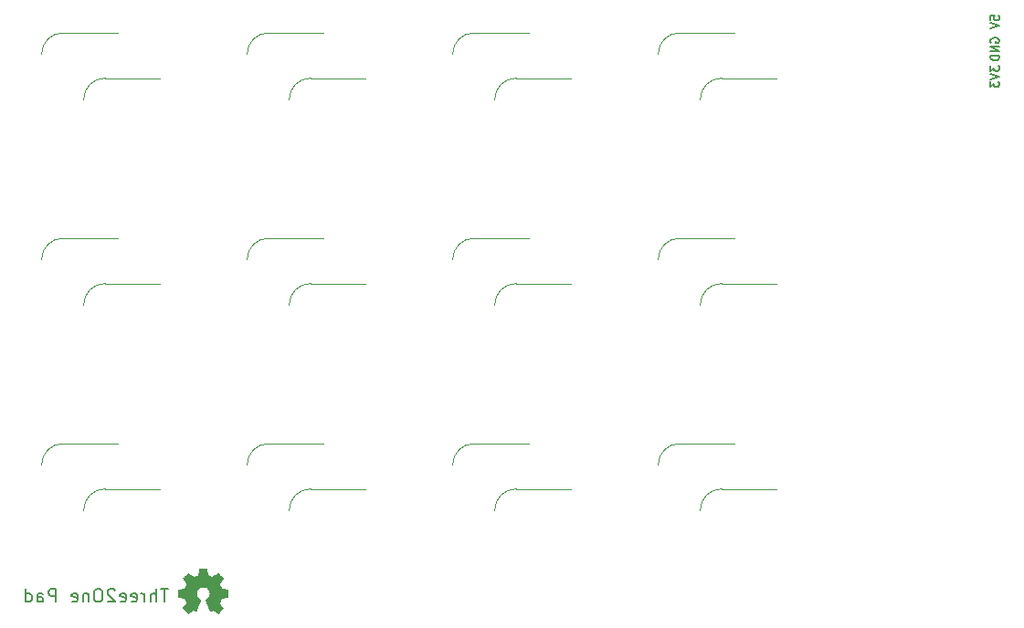
<source format=gbr>
%TF.GenerationSoftware,KiCad,Pcbnew,7.0.5*%
%TF.CreationDate,2023-11-04T19:54:29+08:00*%
%TF.ProjectId,Three2One,54687265-6532-44f6-9e65-2e6b69636164,rev?*%
%TF.SameCoordinates,Original*%
%TF.FileFunction,Legend,Bot*%
%TF.FilePolarity,Positive*%
%FSLAX46Y46*%
G04 Gerber Fmt 4.6, Leading zero omitted, Abs format (unit mm)*
G04 Created by KiCad (PCBNEW 7.0.5) date 2023-11-04 19:54:29*
%MOMM*%
%LPD*%
G01*
G04 APERTURE LIST*
%ADD10C,0.200000*%
%ADD11C,0.150000*%
%ADD12C,0.120000*%
%ADD13C,0.010000*%
G04 APERTURE END LIST*
D10*
X85254136Y-79942742D02*
X84568422Y-79942742D01*
X84911279Y-81142742D02*
X84911279Y-79942742D01*
X84168421Y-81142742D02*
X84168421Y-79942742D01*
X83654136Y-81142742D02*
X83654136Y-80514171D01*
X83654136Y-80514171D02*
X83711278Y-80399885D01*
X83711278Y-80399885D02*
X83825564Y-80342742D01*
X83825564Y-80342742D02*
X83996993Y-80342742D01*
X83996993Y-80342742D02*
X84111278Y-80399885D01*
X84111278Y-80399885D02*
X84168421Y-80457028D01*
X83082707Y-81142742D02*
X83082707Y-80342742D01*
X83082707Y-80571314D02*
X83025564Y-80457028D01*
X83025564Y-80457028D02*
X82968422Y-80399885D01*
X82968422Y-80399885D02*
X82854136Y-80342742D01*
X82854136Y-80342742D02*
X82739850Y-80342742D01*
X81882707Y-81085600D02*
X81996993Y-81142742D01*
X81996993Y-81142742D02*
X82225565Y-81142742D01*
X82225565Y-81142742D02*
X82339850Y-81085600D01*
X82339850Y-81085600D02*
X82396993Y-80971314D01*
X82396993Y-80971314D02*
X82396993Y-80514171D01*
X82396993Y-80514171D02*
X82339850Y-80399885D01*
X82339850Y-80399885D02*
X82225565Y-80342742D01*
X82225565Y-80342742D02*
X81996993Y-80342742D01*
X81996993Y-80342742D02*
X81882707Y-80399885D01*
X81882707Y-80399885D02*
X81825565Y-80514171D01*
X81825565Y-80514171D02*
X81825565Y-80628457D01*
X81825565Y-80628457D02*
X82396993Y-80742742D01*
X80854136Y-81085600D02*
X80968422Y-81142742D01*
X80968422Y-81142742D02*
X81196994Y-81142742D01*
X81196994Y-81142742D02*
X81311279Y-81085600D01*
X81311279Y-81085600D02*
X81368422Y-80971314D01*
X81368422Y-80971314D02*
X81368422Y-80514171D01*
X81368422Y-80514171D02*
X81311279Y-80399885D01*
X81311279Y-80399885D02*
X81196994Y-80342742D01*
X81196994Y-80342742D02*
X80968422Y-80342742D01*
X80968422Y-80342742D02*
X80854136Y-80399885D01*
X80854136Y-80399885D02*
X80796994Y-80514171D01*
X80796994Y-80514171D02*
X80796994Y-80628457D01*
X80796994Y-80628457D02*
X81368422Y-80742742D01*
X80339851Y-80057028D02*
X80282708Y-79999885D01*
X80282708Y-79999885D02*
X80168423Y-79942742D01*
X80168423Y-79942742D02*
X79882708Y-79942742D01*
X79882708Y-79942742D02*
X79768423Y-79999885D01*
X79768423Y-79999885D02*
X79711280Y-80057028D01*
X79711280Y-80057028D02*
X79654137Y-80171314D01*
X79654137Y-80171314D02*
X79654137Y-80285600D01*
X79654137Y-80285600D02*
X79711280Y-80457028D01*
X79711280Y-80457028D02*
X80396994Y-81142742D01*
X80396994Y-81142742D02*
X79654137Y-81142742D01*
X78911280Y-79942742D02*
X78682708Y-79942742D01*
X78682708Y-79942742D02*
X78568423Y-79999885D01*
X78568423Y-79999885D02*
X78454137Y-80114171D01*
X78454137Y-80114171D02*
X78396994Y-80342742D01*
X78396994Y-80342742D02*
X78396994Y-80742742D01*
X78396994Y-80742742D02*
X78454137Y-80971314D01*
X78454137Y-80971314D02*
X78568423Y-81085600D01*
X78568423Y-81085600D02*
X78682708Y-81142742D01*
X78682708Y-81142742D02*
X78911280Y-81142742D01*
X78911280Y-81142742D02*
X79025566Y-81085600D01*
X79025566Y-81085600D02*
X79139851Y-80971314D01*
X79139851Y-80971314D02*
X79196994Y-80742742D01*
X79196994Y-80742742D02*
X79196994Y-80342742D01*
X79196994Y-80342742D02*
X79139851Y-80114171D01*
X79139851Y-80114171D02*
X79025566Y-79999885D01*
X79025566Y-79999885D02*
X78911280Y-79942742D01*
X77882708Y-80342742D02*
X77882708Y-81142742D01*
X77882708Y-80457028D02*
X77825565Y-80399885D01*
X77825565Y-80399885D02*
X77711280Y-80342742D01*
X77711280Y-80342742D02*
X77539851Y-80342742D01*
X77539851Y-80342742D02*
X77425565Y-80399885D01*
X77425565Y-80399885D02*
X77368423Y-80514171D01*
X77368423Y-80514171D02*
X77368423Y-81142742D01*
X76339851Y-81085600D02*
X76454137Y-81142742D01*
X76454137Y-81142742D02*
X76682709Y-81142742D01*
X76682709Y-81142742D02*
X76796994Y-81085600D01*
X76796994Y-81085600D02*
X76854137Y-80971314D01*
X76854137Y-80971314D02*
X76854137Y-80514171D01*
X76854137Y-80514171D02*
X76796994Y-80399885D01*
X76796994Y-80399885D02*
X76682709Y-80342742D01*
X76682709Y-80342742D02*
X76454137Y-80342742D01*
X76454137Y-80342742D02*
X76339851Y-80399885D01*
X76339851Y-80399885D02*
X76282709Y-80514171D01*
X76282709Y-80514171D02*
X76282709Y-80628457D01*
X76282709Y-80628457D02*
X76854137Y-80742742D01*
X74854137Y-81142742D02*
X74854137Y-79942742D01*
X74854137Y-79942742D02*
X74396994Y-79942742D01*
X74396994Y-79942742D02*
X74282709Y-79999885D01*
X74282709Y-79999885D02*
X74225566Y-80057028D01*
X74225566Y-80057028D02*
X74168423Y-80171314D01*
X74168423Y-80171314D02*
X74168423Y-80342742D01*
X74168423Y-80342742D02*
X74225566Y-80457028D01*
X74225566Y-80457028D02*
X74282709Y-80514171D01*
X74282709Y-80514171D02*
X74396994Y-80571314D01*
X74396994Y-80571314D02*
X74854137Y-80571314D01*
X73139852Y-81142742D02*
X73139852Y-80514171D01*
X73139852Y-80514171D02*
X73196994Y-80399885D01*
X73196994Y-80399885D02*
X73311280Y-80342742D01*
X73311280Y-80342742D02*
X73539852Y-80342742D01*
X73539852Y-80342742D02*
X73654137Y-80399885D01*
X73139852Y-81085600D02*
X73254137Y-81142742D01*
X73254137Y-81142742D02*
X73539852Y-81142742D01*
X73539852Y-81142742D02*
X73654137Y-81085600D01*
X73654137Y-81085600D02*
X73711280Y-80971314D01*
X73711280Y-80971314D02*
X73711280Y-80857028D01*
X73711280Y-80857028D02*
X73654137Y-80742742D01*
X73654137Y-80742742D02*
X73539852Y-80685600D01*
X73539852Y-80685600D02*
X73254137Y-80685600D01*
X73254137Y-80685600D02*
X73139852Y-80628457D01*
X72054138Y-81142742D02*
X72054138Y-79942742D01*
X72054138Y-81085600D02*
X72168423Y-81142742D01*
X72168423Y-81142742D02*
X72396995Y-81142742D01*
X72396995Y-81142742D02*
X72511280Y-81085600D01*
X72511280Y-81085600D02*
X72568423Y-81028457D01*
X72568423Y-81028457D02*
X72625566Y-80914171D01*
X72625566Y-80914171D02*
X72625566Y-80571314D01*
X72625566Y-80571314D02*
X72568423Y-80457028D01*
X72568423Y-80457028D02*
X72511280Y-80399885D01*
X72511280Y-80399885D02*
X72396995Y-80342742D01*
X72396995Y-80342742D02*
X72168423Y-80342742D01*
X72168423Y-80342742D02*
X72054138Y-80399885D01*
D11*
%TO.C,U1*%
X161507295Y-31404523D02*
X161507295Y-31899761D01*
X161507295Y-31899761D02*
X161812057Y-31633095D01*
X161812057Y-31633095D02*
X161812057Y-31747380D01*
X161812057Y-31747380D02*
X161850152Y-31823571D01*
X161850152Y-31823571D02*
X161888247Y-31861666D01*
X161888247Y-31861666D02*
X161964438Y-31899761D01*
X161964438Y-31899761D02*
X162154914Y-31899761D01*
X162154914Y-31899761D02*
X162231104Y-31861666D01*
X162231104Y-31861666D02*
X162269200Y-31823571D01*
X162269200Y-31823571D02*
X162307295Y-31747380D01*
X162307295Y-31747380D02*
X162307295Y-31518809D01*
X162307295Y-31518809D02*
X162269200Y-31442618D01*
X162269200Y-31442618D02*
X162231104Y-31404523D01*
X161507295Y-32128333D02*
X162307295Y-32395000D01*
X162307295Y-32395000D02*
X161507295Y-32661666D01*
X161507295Y-32852142D02*
X161507295Y-33347380D01*
X161507295Y-33347380D02*
X161812057Y-33080714D01*
X161812057Y-33080714D02*
X161812057Y-33194999D01*
X161812057Y-33194999D02*
X161850152Y-33271190D01*
X161850152Y-33271190D02*
X161888247Y-33309285D01*
X161888247Y-33309285D02*
X161964438Y-33347380D01*
X161964438Y-33347380D02*
X162154914Y-33347380D01*
X162154914Y-33347380D02*
X162231104Y-33309285D01*
X162231104Y-33309285D02*
X162269200Y-33271190D01*
X162269200Y-33271190D02*
X162307295Y-33194999D01*
X162307295Y-33194999D02*
X162307295Y-32966428D01*
X162307295Y-32966428D02*
X162269200Y-32890237D01*
X162269200Y-32890237D02*
X162231104Y-32852142D01*
X161507295Y-27162619D02*
X161507295Y-26781667D01*
X161507295Y-26781667D02*
X161888247Y-26743571D01*
X161888247Y-26743571D02*
X161850152Y-26781667D01*
X161850152Y-26781667D02*
X161812057Y-26857857D01*
X161812057Y-26857857D02*
X161812057Y-27048333D01*
X161812057Y-27048333D02*
X161850152Y-27124524D01*
X161850152Y-27124524D02*
X161888247Y-27162619D01*
X161888247Y-27162619D02*
X161964438Y-27200714D01*
X161964438Y-27200714D02*
X162154914Y-27200714D01*
X162154914Y-27200714D02*
X162231104Y-27162619D01*
X162231104Y-27162619D02*
X162269200Y-27124524D01*
X162269200Y-27124524D02*
X162307295Y-27048333D01*
X162307295Y-27048333D02*
X162307295Y-26857857D01*
X162307295Y-26857857D02*
X162269200Y-26781667D01*
X162269200Y-26781667D02*
X162231104Y-26743571D01*
X161507295Y-27429286D02*
X162307295Y-27695953D01*
X162307295Y-27695953D02*
X161507295Y-27962619D01*
X161545390Y-29245476D02*
X161507295Y-29169286D01*
X161507295Y-29169286D02*
X161507295Y-29055000D01*
X161507295Y-29055000D02*
X161545390Y-28940714D01*
X161545390Y-28940714D02*
X161621580Y-28864524D01*
X161621580Y-28864524D02*
X161697771Y-28826429D01*
X161697771Y-28826429D02*
X161850152Y-28788333D01*
X161850152Y-28788333D02*
X161964438Y-28788333D01*
X161964438Y-28788333D02*
X162116819Y-28826429D01*
X162116819Y-28826429D02*
X162193009Y-28864524D01*
X162193009Y-28864524D02*
X162269200Y-28940714D01*
X162269200Y-28940714D02*
X162307295Y-29055000D01*
X162307295Y-29055000D02*
X162307295Y-29131191D01*
X162307295Y-29131191D02*
X162269200Y-29245476D01*
X162269200Y-29245476D02*
X162231104Y-29283572D01*
X162231104Y-29283572D02*
X161964438Y-29283572D01*
X161964438Y-29283572D02*
X161964438Y-29131191D01*
X162307295Y-29626429D02*
X161507295Y-29626429D01*
X161507295Y-29626429D02*
X162307295Y-30083572D01*
X162307295Y-30083572D02*
X161507295Y-30083572D01*
X162307295Y-30464524D02*
X161507295Y-30464524D01*
X161507295Y-30464524D02*
X161507295Y-30655000D01*
X161507295Y-30655000D02*
X161545390Y-30769286D01*
X161545390Y-30769286D02*
X161621580Y-30845476D01*
X161621580Y-30845476D02*
X161697771Y-30883571D01*
X161697771Y-30883571D02*
X161850152Y-30921667D01*
X161850152Y-30921667D02*
X161964438Y-30921667D01*
X161964438Y-30921667D02*
X162116819Y-30883571D01*
X162116819Y-30883571D02*
X162193009Y-30845476D01*
X162193009Y-30845476D02*
X162269200Y-30769286D01*
X162269200Y-30769286D02*
X162307295Y-30655000D01*
X162307295Y-30655000D02*
X162307295Y-30464524D01*
D12*
%TO.C,RE3*%
X113640000Y-28350000D02*
X118740000Y-28350000D01*
X117540000Y-32550000D02*
X122640000Y-32550000D01*
X113640000Y-28350000D02*
G75*
G03*
X111640000Y-30350000I-1J-1999999D01*
G01*
X117540000Y-32550000D02*
G75*
G03*
X115540000Y-34550000I-1J-1999999D01*
G01*
%TO.C,RE4*%
X132690000Y-28350000D02*
X137790000Y-28350000D01*
X136590000Y-32550000D02*
X141690000Y-32550000D01*
X132690000Y-28350000D02*
G75*
G03*
X130690000Y-30350000I-1J-1999999D01*
G01*
X136590000Y-32550000D02*
G75*
G03*
X134590000Y-34550000I-1J-1999999D01*
G01*
%TO.C,SW9*%
X75540000Y-66450000D02*
X80640000Y-66450000D01*
X79440000Y-70650000D02*
X84540000Y-70650000D01*
X75540000Y-66450000D02*
G75*
G03*
X73540000Y-68450000I-1J-1999999D01*
G01*
X79440000Y-70650000D02*
G75*
G03*
X77440000Y-72650000I-1J-1999999D01*
G01*
%TO.C,SW6*%
X94590000Y-47400000D02*
X99690000Y-47400000D01*
X98490000Y-51600000D02*
X103590000Y-51600000D01*
X94590000Y-47400000D02*
G75*
G03*
X92590000Y-49400000I-1J-1999999D01*
G01*
X98490000Y-51600000D02*
G75*
G03*
X96490000Y-53600000I-1J-1999999D01*
G01*
%TO.C,SW8*%
X132690000Y-47400000D02*
X137790000Y-47400000D01*
X136590000Y-51600000D02*
X141690000Y-51600000D01*
X132690000Y-47400000D02*
G75*
G03*
X130690000Y-49400000I-1J-1999999D01*
G01*
X136590000Y-51600000D02*
G75*
G03*
X134590000Y-53600000I-1J-1999999D01*
G01*
%TO.C,RE1*%
X75540000Y-28350000D02*
X80640000Y-28350000D01*
X79440000Y-32550000D02*
X84540000Y-32550000D01*
X75540000Y-28350000D02*
G75*
G03*
X73540000Y-30350000I-1J-1999999D01*
G01*
X79440000Y-32550000D02*
G75*
G03*
X77440000Y-34550000I-1J-1999999D01*
G01*
%TO.C,SW12*%
X132690000Y-66450000D02*
X137790000Y-66450000D01*
X136590000Y-70650000D02*
X141690000Y-70650000D01*
X132690000Y-66450000D02*
G75*
G03*
X130690000Y-68450000I-1J-1999999D01*
G01*
X136590000Y-70650000D02*
G75*
G03*
X134590000Y-72650000I-1J-1999999D01*
G01*
%TO.C,SW10*%
X94590000Y-66450000D02*
X99690000Y-66450000D01*
X98490000Y-70650000D02*
X103590000Y-70650000D01*
X94590000Y-66450000D02*
G75*
G03*
X92590000Y-68450000I-1J-1999999D01*
G01*
X98490000Y-70650000D02*
G75*
G03*
X96490000Y-72650000I-1J-1999999D01*
G01*
%TO.C,RE2*%
X94590000Y-28350000D02*
X99690000Y-28350000D01*
X98490000Y-32550000D02*
X103590000Y-32550000D01*
X94590000Y-28350000D02*
G75*
G03*
X92590000Y-30350000I-1J-1999999D01*
G01*
X98490000Y-32550000D02*
G75*
G03*
X96490000Y-34550000I-1J-1999999D01*
G01*
%TO.C,SW7*%
X113640000Y-47400000D02*
X118740000Y-47400000D01*
X117540000Y-51600000D02*
X122640000Y-51600000D01*
X113640000Y-47400000D02*
G75*
G03*
X111640000Y-49400000I-1J-1999999D01*
G01*
X117540000Y-51600000D02*
G75*
G03*
X115540000Y-53600000I-1J-1999999D01*
G01*
%TO.C,SW11*%
X113640000Y-66450000D02*
X118740000Y-66450000D01*
X117540000Y-70650000D02*
X122640000Y-70650000D01*
X113640000Y-66450000D02*
G75*
G03*
X111640000Y-68450000I-1J-1999999D01*
G01*
X117540000Y-70650000D02*
G75*
G03*
X115540000Y-72650000I-1J-1999999D01*
G01*
%TO.C,SW5*%
X75540000Y-47400000D02*
X80640000Y-47400000D01*
X79440000Y-51600000D02*
X84540000Y-51600000D01*
X75540000Y-47400000D02*
G75*
G03*
X73540000Y-49400000I-1J-1999999D01*
G01*
X79440000Y-51600000D02*
G75*
G03*
X77440000Y-53600000I-1J-1999999D01*
G01*
%TO.C,REF\u002A\u002A*%
D13*
X88613933Y-78042371D02*
X88689856Y-78042865D01*
X88744491Y-78044135D01*
X88781500Y-78046547D01*
X88804547Y-78050467D01*
X88817296Y-78056262D01*
X88823411Y-78064299D01*
X88826556Y-78074943D01*
X88826646Y-78075325D01*
X88831814Y-78100347D01*
X88841209Y-78148681D01*
X88853867Y-78215260D01*
X88868825Y-78295014D01*
X88885119Y-78382875D01*
X88886448Y-78390064D01*
X88902691Y-78475340D01*
X88917805Y-78550242D01*
X88930808Y-78610219D01*
X88940715Y-78650717D01*
X88946544Y-78667184D01*
X88946575Y-78667210D01*
X88964943Y-78676320D01*
X89002640Y-78691457D01*
X89051543Y-78709358D01*
X89054297Y-78710330D01*
X89116817Y-78733959D01*
X89189543Y-78763595D01*
X89257294Y-78793062D01*
X89368703Y-78843626D01*
X89615399Y-78675160D01*
X89632775Y-78663311D01*
X89707202Y-78612947D01*
X89773614Y-78568612D01*
X89828039Y-78532916D01*
X89866506Y-78508471D01*
X89885042Y-78497889D01*
X89897743Y-78500315D01*
X89926579Y-78519110D01*
X89971143Y-78556330D01*
X90032670Y-78613020D01*
X90112398Y-78690227D01*
X90119532Y-78697255D01*
X90182796Y-78760222D01*
X90238990Y-78817268D01*
X90284677Y-78864817D01*
X90316414Y-78899297D01*
X90330764Y-78917131D01*
X90330810Y-78917217D01*
X90332633Y-78930795D01*
X90325910Y-78952820D01*
X90308946Y-78986304D01*
X90280044Y-79034261D01*
X90237508Y-79099704D01*
X90179644Y-79185645D01*
X90169783Y-79200151D01*
X90119913Y-79273635D01*
X90075905Y-79338687D01*
X90040380Y-79391417D01*
X90015959Y-79427936D01*
X90005264Y-79444356D01*
X90004458Y-79447834D01*
X90009518Y-79473785D01*
X90024677Y-79516159D01*
X90047463Y-79567728D01*
X90078429Y-79635170D01*
X90113004Y-79715195D01*
X90142366Y-79787629D01*
X90149645Y-79806377D01*
X90168710Y-79854246D01*
X90182715Y-79887596D01*
X90189041Y-79900114D01*
X90196025Y-79901050D01*
X90227413Y-79906461D01*
X90278787Y-79915806D01*
X90344802Y-79928069D01*
X90420113Y-79942232D01*
X90499375Y-79957280D01*
X90577243Y-79972195D01*
X90648370Y-79985961D01*
X90707412Y-79997562D01*
X90749022Y-80005980D01*
X90767857Y-80010199D01*
X90770980Y-80011389D01*
X90778591Y-80017805D01*
X90784254Y-80031465D01*
X90788251Y-80055999D01*
X90790866Y-80095038D01*
X90792384Y-80152213D01*
X90793086Y-80231154D01*
X90793257Y-80335492D01*
X90793257Y-80652799D01*
X90717057Y-80667839D01*
X90707840Y-80669642D01*
X90658891Y-80678980D01*
X90591205Y-80691669D01*
X90512478Y-80706273D01*
X90430400Y-80721355D01*
X90398078Y-80727422D01*
X90325855Y-80742181D01*
X90265666Y-80756137D01*
X90223040Y-80767952D01*
X90203510Y-80776287D01*
X90194660Y-80789905D01*
X90178548Y-80825938D01*
X90162065Y-80872572D01*
X90156263Y-80890034D01*
X90134906Y-80947358D01*
X90107359Y-81015201D01*
X90078107Y-81082355D01*
X90062463Y-81117430D01*
X90040174Y-81169822D01*
X90024857Y-81209058D01*
X90019162Y-81228563D01*
X90019478Y-81230036D01*
X90030281Y-81250729D01*
X90054638Y-81290665D01*
X90090081Y-81345972D01*
X90134136Y-81412781D01*
X90184332Y-81487220D01*
X90349501Y-81729623D01*
X90132503Y-81946983D01*
X90111516Y-81967899D01*
X90047342Y-82030505D01*
X89989990Y-82084495D01*
X89942820Y-82126826D01*
X89909192Y-82154457D01*
X89892467Y-82164343D01*
X89874303Y-82156821D01*
X89836265Y-82135227D01*
X89782726Y-82102151D01*
X89717884Y-82060191D01*
X89645940Y-82011943D01*
X89575275Y-81964291D01*
X89511526Y-81922328D01*
X89459513Y-81889165D01*
X89423279Y-81867378D01*
X89406867Y-81859543D01*
X89405905Y-81859614D01*
X89384103Y-81867338D01*
X89345440Y-81885323D01*
X89297612Y-81910013D01*
X89297110Y-81910284D01*
X89233587Y-81942099D01*
X89190060Y-81957642D01*
X89163052Y-81957685D01*
X89149090Y-81943000D01*
X89143180Y-81928544D01*
X89127229Y-81889831D01*
X89102660Y-81830316D01*
X89070779Y-81753165D01*
X89032893Y-81661541D01*
X88990310Y-81558607D01*
X88944337Y-81447526D01*
X88902667Y-81346472D01*
X88860268Y-81242780D01*
X88822756Y-81150119D01*
X88791388Y-81071642D01*
X88767425Y-81010500D01*
X88752123Y-80969843D01*
X88746743Y-80952825D01*
X88757018Y-80937219D01*
X88785563Y-80911162D01*
X88825971Y-80880887D01*
X88922979Y-80801684D01*
X89009793Y-80700475D01*
X89073322Y-80589116D01*
X89113177Y-80470893D01*
X89128965Y-80349095D01*
X89120296Y-80227010D01*
X89086778Y-80107925D01*
X89028021Y-79995129D01*
X88943632Y-79891911D01*
X88899631Y-79851713D01*
X88794211Y-79780638D01*
X88681410Y-79734301D01*
X88564525Y-79711599D01*
X88446853Y-79711428D01*
X88331690Y-79732687D01*
X88222335Y-79774270D01*
X88122083Y-79835076D01*
X88034233Y-79914001D01*
X87962080Y-80009941D01*
X87908922Y-80121795D01*
X87878057Y-80248457D01*
X87872392Y-80309507D01*
X87880185Y-80441776D01*
X87915284Y-80567266D01*
X87976649Y-80683759D01*
X88063243Y-80789039D01*
X88174029Y-80880887D01*
X88212931Y-80909930D01*
X88242104Y-80936272D01*
X88253257Y-80952800D01*
X88248810Y-80967209D01*
X88234378Y-81005815D01*
X88211173Y-81065201D01*
X88180452Y-81142215D01*
X88143474Y-81233703D01*
X88101496Y-81336516D01*
X88055778Y-81447502D01*
X88014178Y-81548072D01*
X87971222Y-81651947D01*
X87932829Y-81744819D01*
X87900305Y-81823525D01*
X87874958Y-81884899D01*
X87858095Y-81925779D01*
X87851025Y-81943000D01*
X87850943Y-81943204D01*
X87836798Y-81957745D01*
X87809659Y-81957579D01*
X87766023Y-81941927D01*
X87702388Y-81910013D01*
X87697379Y-81907326D01*
X87650125Y-81883150D01*
X87612811Y-81866037D01*
X87593133Y-81859543D01*
X87577005Y-81867218D01*
X87540959Y-81888871D01*
X87489092Y-81921928D01*
X87425445Y-81963810D01*
X87354060Y-82011943D01*
X87283724Y-82059131D01*
X87218670Y-82101267D01*
X87164820Y-82134578D01*
X87126374Y-82156469D01*
X87107534Y-82164343D01*
X87104325Y-82163343D01*
X87081954Y-82147584D01*
X87043733Y-82115033D01*
X86993021Y-82068733D01*
X86933181Y-82011726D01*
X86867571Y-81947058D01*
X86650648Y-81729772D01*
X86819601Y-81481253D01*
X86988553Y-81232733D01*
X86937183Y-81121595D01*
X86937031Y-81121266D01*
X86906183Y-81050418D01*
X86874661Y-80971523D01*
X86849266Y-80901600D01*
X86845423Y-80890322D01*
X86826047Y-80837967D01*
X86808574Y-80797283D01*
X86796388Y-80776287D01*
X86791426Y-80773322D01*
X86761634Y-80763375D01*
X86711047Y-80750505D01*
X86645194Y-80736053D01*
X86569600Y-80721355D01*
X86546957Y-80717210D01*
X86465038Y-80702116D01*
X86388600Y-80687899D01*
X86325337Y-80675995D01*
X86282943Y-80667839D01*
X86206743Y-80652799D01*
X86206743Y-80335492D01*
X86206760Y-80296476D01*
X86207082Y-80201292D01*
X86208033Y-80130255D01*
X86209896Y-80079734D01*
X86212955Y-80046098D01*
X86217494Y-80025718D01*
X86223795Y-80014962D01*
X86232143Y-80010199D01*
X86240224Y-80008270D01*
X86273172Y-80001445D01*
X86325736Y-79991022D01*
X86392569Y-79978018D01*
X86468328Y-79963449D01*
X86547665Y-79948333D01*
X86625237Y-79933685D01*
X86695698Y-79920523D01*
X86753702Y-79909863D01*
X86793904Y-79902721D01*
X86810959Y-79900114D01*
X86812112Y-79898541D01*
X86821385Y-79878119D01*
X86837432Y-79839045D01*
X86857635Y-79787629D01*
X86885672Y-79718353D01*
X86920186Y-79638290D01*
X86952538Y-79567728D01*
X86959952Y-79551889D01*
X86980755Y-79502293D01*
X86993219Y-79464038D01*
X86994863Y-79444356D01*
X86994015Y-79442962D01*
X86980548Y-79422420D01*
X86953850Y-79382516D01*
X86916539Y-79327140D01*
X86871234Y-79260177D01*
X86820552Y-79185517D01*
X86763445Y-79100692D01*
X86720607Y-79034800D01*
X86691460Y-78986478D01*
X86674317Y-78952733D01*
X86667495Y-78930572D01*
X86669306Y-78917002D01*
X86669915Y-78915984D01*
X86686297Y-78896210D01*
X86719695Y-78860175D01*
X86766671Y-78811451D01*
X86823786Y-78753612D01*
X86887603Y-78690227D01*
X86953802Y-78625905D01*
X87018648Y-78565447D01*
X87066299Y-78524655D01*
X87097990Y-78502484D01*
X87114958Y-78497889D01*
X87117175Y-78498921D01*
X87140524Y-78512837D01*
X87182912Y-78540030D01*
X87240369Y-78577889D01*
X87308923Y-78623803D01*
X87384601Y-78675160D01*
X87631298Y-78843626D01*
X87742706Y-78793062D01*
X87745943Y-78791597D01*
X87814343Y-78761965D01*
X87886907Y-78732493D01*
X87948457Y-78709358D01*
X87948729Y-78709262D01*
X87997595Y-78691367D01*
X88035212Y-78676253D01*
X88053457Y-78667184D01*
X88053752Y-78666855D01*
X88059946Y-78648282D01*
X88070139Y-78606045D01*
X88083348Y-78544696D01*
X88098590Y-78468789D01*
X88114881Y-78382875D01*
X88115449Y-78379796D01*
X88131713Y-78292128D01*
X88146608Y-78212741D01*
X88159171Y-78146701D01*
X88168438Y-78099079D01*
X88173444Y-78074943D01*
X88173764Y-78073605D01*
X88177060Y-78063273D01*
X88183738Y-78055506D01*
X88197462Y-78049940D01*
X88221895Y-78046207D01*
X88260702Y-78043942D01*
X88317546Y-78042778D01*
X88396090Y-78042348D01*
X88500000Y-78042286D01*
X88513056Y-78042286D01*
X88613933Y-78042371D01*
G36*
X88613933Y-78042371D02*
G01*
X88689856Y-78042865D01*
X88744491Y-78044135D01*
X88781500Y-78046547D01*
X88804547Y-78050467D01*
X88817296Y-78056262D01*
X88823411Y-78064299D01*
X88826556Y-78074943D01*
X88826646Y-78075325D01*
X88831814Y-78100347D01*
X88841209Y-78148681D01*
X88853867Y-78215260D01*
X88868825Y-78295014D01*
X88885119Y-78382875D01*
X88886448Y-78390064D01*
X88902691Y-78475340D01*
X88917805Y-78550242D01*
X88930808Y-78610219D01*
X88940715Y-78650717D01*
X88946544Y-78667184D01*
X88946575Y-78667210D01*
X88964943Y-78676320D01*
X89002640Y-78691457D01*
X89051543Y-78709358D01*
X89054297Y-78710330D01*
X89116817Y-78733959D01*
X89189543Y-78763595D01*
X89257294Y-78793062D01*
X89368703Y-78843626D01*
X89615399Y-78675160D01*
X89632775Y-78663311D01*
X89707202Y-78612947D01*
X89773614Y-78568612D01*
X89828039Y-78532916D01*
X89866506Y-78508471D01*
X89885042Y-78497889D01*
X89897743Y-78500315D01*
X89926579Y-78519110D01*
X89971143Y-78556330D01*
X90032670Y-78613020D01*
X90112398Y-78690227D01*
X90119532Y-78697255D01*
X90182796Y-78760222D01*
X90238990Y-78817268D01*
X90284677Y-78864817D01*
X90316414Y-78899297D01*
X90330764Y-78917131D01*
X90330810Y-78917217D01*
X90332633Y-78930795D01*
X90325910Y-78952820D01*
X90308946Y-78986304D01*
X90280044Y-79034261D01*
X90237508Y-79099704D01*
X90179644Y-79185645D01*
X90169783Y-79200151D01*
X90119913Y-79273635D01*
X90075905Y-79338687D01*
X90040380Y-79391417D01*
X90015959Y-79427936D01*
X90005264Y-79444356D01*
X90004458Y-79447834D01*
X90009518Y-79473785D01*
X90024677Y-79516159D01*
X90047463Y-79567728D01*
X90078429Y-79635170D01*
X90113004Y-79715195D01*
X90142366Y-79787629D01*
X90149645Y-79806377D01*
X90168710Y-79854246D01*
X90182715Y-79887596D01*
X90189041Y-79900114D01*
X90196025Y-79901050D01*
X90227413Y-79906461D01*
X90278787Y-79915806D01*
X90344802Y-79928069D01*
X90420113Y-79942232D01*
X90499375Y-79957280D01*
X90577243Y-79972195D01*
X90648370Y-79985961D01*
X90707412Y-79997562D01*
X90749022Y-80005980D01*
X90767857Y-80010199D01*
X90770980Y-80011389D01*
X90778591Y-80017805D01*
X90784254Y-80031465D01*
X90788251Y-80055999D01*
X90790866Y-80095038D01*
X90792384Y-80152213D01*
X90793086Y-80231154D01*
X90793257Y-80335492D01*
X90793257Y-80652799D01*
X90717057Y-80667839D01*
X90707840Y-80669642D01*
X90658891Y-80678980D01*
X90591205Y-80691669D01*
X90512478Y-80706273D01*
X90430400Y-80721355D01*
X90398078Y-80727422D01*
X90325855Y-80742181D01*
X90265666Y-80756137D01*
X90223040Y-80767952D01*
X90203510Y-80776287D01*
X90194660Y-80789905D01*
X90178548Y-80825938D01*
X90162065Y-80872572D01*
X90156263Y-80890034D01*
X90134906Y-80947358D01*
X90107359Y-81015201D01*
X90078107Y-81082355D01*
X90062463Y-81117430D01*
X90040174Y-81169822D01*
X90024857Y-81209058D01*
X90019162Y-81228563D01*
X90019478Y-81230036D01*
X90030281Y-81250729D01*
X90054638Y-81290665D01*
X90090081Y-81345972D01*
X90134136Y-81412781D01*
X90184332Y-81487220D01*
X90349501Y-81729623D01*
X90132503Y-81946983D01*
X90111516Y-81967899D01*
X90047342Y-82030505D01*
X89989990Y-82084495D01*
X89942820Y-82126826D01*
X89909192Y-82154457D01*
X89892467Y-82164343D01*
X89874303Y-82156821D01*
X89836265Y-82135227D01*
X89782726Y-82102151D01*
X89717884Y-82060191D01*
X89645940Y-82011943D01*
X89575275Y-81964291D01*
X89511526Y-81922328D01*
X89459513Y-81889165D01*
X89423279Y-81867378D01*
X89406867Y-81859543D01*
X89405905Y-81859614D01*
X89384103Y-81867338D01*
X89345440Y-81885323D01*
X89297612Y-81910013D01*
X89297110Y-81910284D01*
X89233587Y-81942099D01*
X89190060Y-81957642D01*
X89163052Y-81957685D01*
X89149090Y-81943000D01*
X89143180Y-81928544D01*
X89127229Y-81889831D01*
X89102660Y-81830316D01*
X89070779Y-81753165D01*
X89032893Y-81661541D01*
X88990310Y-81558607D01*
X88944337Y-81447526D01*
X88902667Y-81346472D01*
X88860268Y-81242780D01*
X88822756Y-81150119D01*
X88791388Y-81071642D01*
X88767425Y-81010500D01*
X88752123Y-80969843D01*
X88746743Y-80952825D01*
X88757018Y-80937219D01*
X88785563Y-80911162D01*
X88825971Y-80880887D01*
X88922979Y-80801684D01*
X89009793Y-80700475D01*
X89073322Y-80589116D01*
X89113177Y-80470893D01*
X89128965Y-80349095D01*
X89120296Y-80227010D01*
X89086778Y-80107925D01*
X89028021Y-79995129D01*
X88943632Y-79891911D01*
X88899631Y-79851713D01*
X88794211Y-79780638D01*
X88681410Y-79734301D01*
X88564525Y-79711599D01*
X88446853Y-79711428D01*
X88331690Y-79732687D01*
X88222335Y-79774270D01*
X88122083Y-79835076D01*
X88034233Y-79914001D01*
X87962080Y-80009941D01*
X87908922Y-80121795D01*
X87878057Y-80248457D01*
X87872392Y-80309507D01*
X87880185Y-80441776D01*
X87915284Y-80567266D01*
X87976649Y-80683759D01*
X88063243Y-80789039D01*
X88174029Y-80880887D01*
X88212931Y-80909930D01*
X88242104Y-80936272D01*
X88253257Y-80952800D01*
X88248810Y-80967209D01*
X88234378Y-81005815D01*
X88211173Y-81065201D01*
X88180452Y-81142215D01*
X88143474Y-81233703D01*
X88101496Y-81336516D01*
X88055778Y-81447502D01*
X88014178Y-81548072D01*
X87971222Y-81651947D01*
X87932829Y-81744819D01*
X87900305Y-81823525D01*
X87874958Y-81884899D01*
X87858095Y-81925779D01*
X87851025Y-81943000D01*
X87850943Y-81943204D01*
X87836798Y-81957745D01*
X87809659Y-81957579D01*
X87766023Y-81941927D01*
X87702388Y-81910013D01*
X87697379Y-81907326D01*
X87650125Y-81883150D01*
X87612811Y-81866037D01*
X87593133Y-81859543D01*
X87577005Y-81867218D01*
X87540959Y-81888871D01*
X87489092Y-81921928D01*
X87425445Y-81963810D01*
X87354060Y-82011943D01*
X87283724Y-82059131D01*
X87218670Y-82101267D01*
X87164820Y-82134578D01*
X87126374Y-82156469D01*
X87107534Y-82164343D01*
X87104325Y-82163343D01*
X87081954Y-82147584D01*
X87043733Y-82115033D01*
X86993021Y-82068733D01*
X86933181Y-82011726D01*
X86867571Y-81947058D01*
X86650648Y-81729772D01*
X86819601Y-81481253D01*
X86988553Y-81232733D01*
X86937183Y-81121595D01*
X86937031Y-81121266D01*
X86906183Y-81050418D01*
X86874661Y-80971523D01*
X86849266Y-80901600D01*
X86845423Y-80890322D01*
X86826047Y-80837967D01*
X86808574Y-80797283D01*
X86796388Y-80776287D01*
X86791426Y-80773322D01*
X86761634Y-80763375D01*
X86711047Y-80750505D01*
X86645194Y-80736053D01*
X86569600Y-80721355D01*
X86546957Y-80717210D01*
X86465038Y-80702116D01*
X86388600Y-80687899D01*
X86325337Y-80675995D01*
X86282943Y-80667839D01*
X86206743Y-80652799D01*
X86206743Y-80335492D01*
X86206760Y-80296476D01*
X86207082Y-80201292D01*
X86208033Y-80130255D01*
X86209896Y-80079734D01*
X86212955Y-80046098D01*
X86217494Y-80025718D01*
X86223795Y-80014962D01*
X86232143Y-80010199D01*
X86240224Y-80008270D01*
X86273172Y-80001445D01*
X86325736Y-79991022D01*
X86392569Y-79978018D01*
X86468328Y-79963449D01*
X86547665Y-79948333D01*
X86625237Y-79933685D01*
X86695698Y-79920523D01*
X86753702Y-79909863D01*
X86793904Y-79902721D01*
X86810959Y-79900114D01*
X86812112Y-79898541D01*
X86821385Y-79878119D01*
X86837432Y-79839045D01*
X86857635Y-79787629D01*
X86885672Y-79718353D01*
X86920186Y-79638290D01*
X86952538Y-79567728D01*
X86959952Y-79551889D01*
X86980755Y-79502293D01*
X86993219Y-79464038D01*
X86994863Y-79444356D01*
X86994015Y-79442962D01*
X86980548Y-79422420D01*
X86953850Y-79382516D01*
X86916539Y-79327140D01*
X86871234Y-79260177D01*
X86820552Y-79185517D01*
X86763445Y-79100692D01*
X86720607Y-79034800D01*
X86691460Y-78986478D01*
X86674317Y-78952733D01*
X86667495Y-78930572D01*
X86669306Y-78917002D01*
X86669915Y-78915984D01*
X86686297Y-78896210D01*
X86719695Y-78860175D01*
X86766671Y-78811451D01*
X86823786Y-78753612D01*
X86887603Y-78690227D01*
X86953802Y-78625905D01*
X87018648Y-78565447D01*
X87066299Y-78524655D01*
X87097990Y-78502484D01*
X87114958Y-78497889D01*
X87117175Y-78498921D01*
X87140524Y-78512837D01*
X87182912Y-78540030D01*
X87240369Y-78577889D01*
X87308923Y-78623803D01*
X87384601Y-78675160D01*
X87631298Y-78843626D01*
X87742706Y-78793062D01*
X87745943Y-78791597D01*
X87814343Y-78761965D01*
X87886907Y-78732493D01*
X87948457Y-78709358D01*
X87948729Y-78709262D01*
X87997595Y-78691367D01*
X88035212Y-78676253D01*
X88053457Y-78667184D01*
X88053752Y-78666855D01*
X88059946Y-78648282D01*
X88070139Y-78606045D01*
X88083348Y-78544696D01*
X88098590Y-78468789D01*
X88114881Y-78382875D01*
X88115449Y-78379796D01*
X88131713Y-78292128D01*
X88146608Y-78212741D01*
X88159171Y-78146701D01*
X88168438Y-78099079D01*
X88173444Y-78074943D01*
X88173764Y-78073605D01*
X88177060Y-78063273D01*
X88183738Y-78055506D01*
X88197462Y-78049940D01*
X88221895Y-78046207D01*
X88260702Y-78043942D01*
X88317546Y-78042778D01*
X88396090Y-78042348D01*
X88500000Y-78042286D01*
X88513056Y-78042286D01*
X88613933Y-78042371D01*
G37*
%TD*%
M02*

</source>
